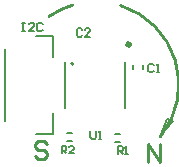
<source format=gto>
G04*
G04 #@! TF.GenerationSoftware,Altium Limited,Altium Designer,24.4.1 (13)*
G04*
G04 Layer_Color=65535*
%FSLAX44Y44*%
%MOMM*%
G71*
G04*
G04 #@! TF.SameCoordinates,86602617-A544-4118-9BD9-6EC9FA3B74FD*
G04*
G04*
G04 #@! TF.FilePolarity,Positive*
G04*
G01*
G75*
%ADD10C,0.2540*%
%ADD11C,0.4000*%
%ADD12C,0.2000*%
%ADD13C,0.1270*%
%ADD14C,0.1600*%
%ADD15C,0.1500*%
D10*
X265474Y126200D02*
G03*
X245647Y116683I20002J-67081D01*
G01*
X340064Y15118D02*
G03*
X306118Y125826I-54587J43820D01*
G01*
X243697Y8236D02*
X241157Y10775D01*
X236079D01*
X233540Y8236D01*
Y5697D01*
X236079Y3158D01*
X241157D01*
X243697Y618D01*
Y-1921D01*
X241157Y-4460D01*
X236079D01*
X233540Y-1921D01*
X329040Y-6210D02*
Y9025D01*
X339197Y-6210D01*
Y9025D01*
D11*
X313750Y93000D02*
G03*
X313750Y93000I-1000J0D01*
G01*
D12*
X266250Y76750D02*
G03*
X266250Y76750I-1000J0D01*
G01*
X301750Y10500D02*
X305750D01*
X301750Y17500D02*
X305750D01*
X261000Y18000D02*
X265000D01*
X261000Y11000D02*
X265000D01*
X339750Y14750D02*
X345500Y30000D01*
X350750Y27750D01*
X339750Y15000D02*
X350750Y27750D01*
D13*
X259310Y39000D02*
Y78000D01*
X309690Y39000D02*
Y78000D01*
X325500Y72250D02*
Y75250D01*
X316500Y72250D02*
Y75250D01*
X234550Y100000D02*
X248750D01*
Y82350D02*
Y100000D01*
X234450Y17500D02*
X248750D01*
Y35150D01*
X208250Y28250D02*
Y89150D01*
D14*
X304001Y501D02*
Y6499D01*
X307000D01*
X308000Y5499D01*
Y3500D01*
X307000Y2500D01*
X304001D01*
X306001D02*
X308000Y501D01*
X309999D02*
X311999D01*
X310999D01*
Y6499D01*
X309999Y5499D01*
X256252Y751D02*
Y6749D01*
X259251D01*
X260250Y5749D01*
Y3750D01*
X259251Y2750D01*
X256252D01*
X258251D02*
X260250Y751D01*
X266248D02*
X262250D01*
X266248Y4750D01*
Y5749D01*
X265249Y6749D01*
X263249D01*
X262250Y5749D01*
D15*
X280585Y19999D02*
Y14167D01*
X281751Y13001D01*
X284084D01*
X285250Y14167D01*
Y19999D01*
X287583Y13001D02*
X289915D01*
X288749D01*
Y19999D01*
X287583Y18833D01*
X334250Y75083D02*
X333084Y76249D01*
X330751D01*
X329585Y75083D01*
Y70417D01*
X330751Y69251D01*
X333084D01*
X334250Y70417D01*
X336583Y69251D02*
X338915D01*
X337749D01*
Y76249D01*
X336583Y75083D01*
X273584Y105333D02*
X272417Y106499D01*
X270085D01*
X268918Y105333D01*
Y100667D01*
X270085Y99501D01*
X272417D01*
X273584Y100667D01*
X280581Y99501D02*
X275916D01*
X280581Y104166D01*
Y105333D01*
X279415Y106499D01*
X277083D01*
X275916Y105333D01*
X222503Y111249D02*
X224835D01*
X223669D01*
Y104251D01*
X222503D01*
X224835D01*
X232999D02*
X228334D01*
X232999Y108916D01*
Y110083D01*
X231833Y111249D01*
X229501D01*
X228334Y110083D01*
X239997D02*
X238831Y111249D01*
X236498D01*
X235332Y110083D01*
Y105417D01*
X236498Y104251D01*
X238831D01*
X239997Y105417D01*
M02*

</source>
